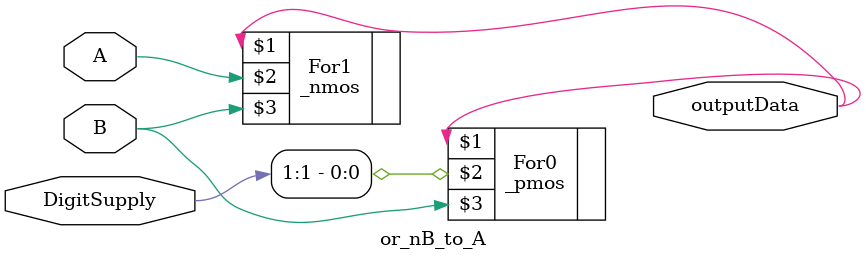
<source format=v>
module or_nB_to_A(

    output outputData,
    input [1:0] DigitSupply,
    input A,
    input B
    );
    wire outputData;
    tri [1:0] DigitSupply;
    tri A;
    
    tri B;
    
    _pmos For0(outputData,DigitSupply[1],B);
    _nmos For1(outputData,A,B);
    
endmodule

</source>
